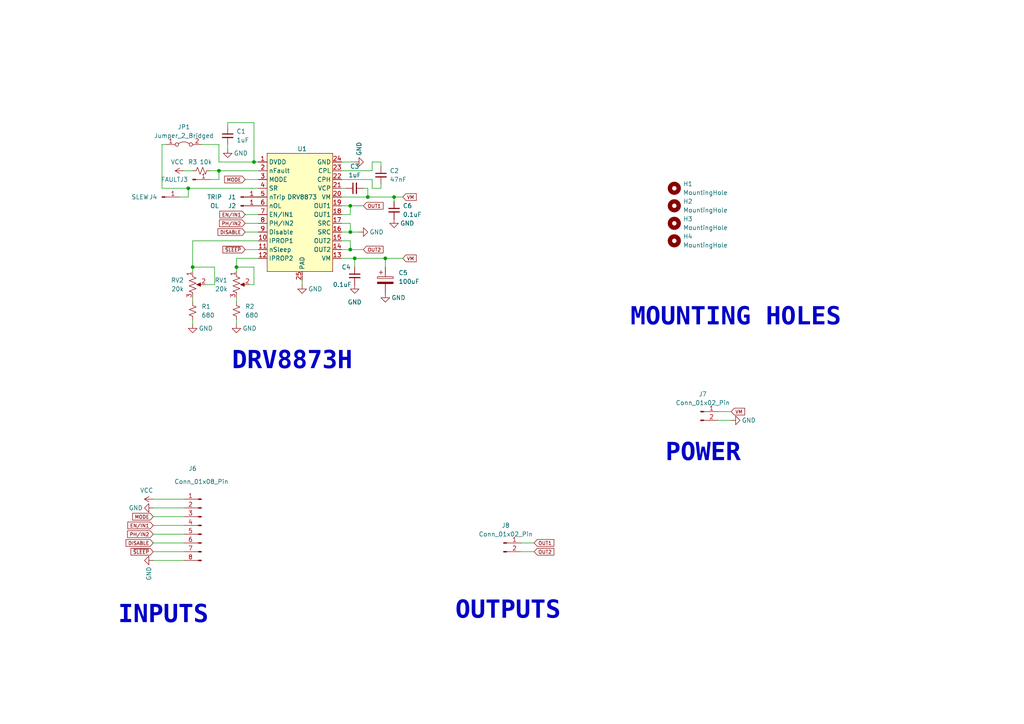
<source format=kicad_sch>
(kicad_sch (version 20230121) (generator eeschema)
  (paper "A4")
  (lib_symbols
    (symbol "Connector:Conn_01x01_Pin" (pin_names (offset 1.016) hide)
      (property "Reference" "J" (at 0 2.54 0))
      (property "Value" "Conn_01x01_Pin" (at 0 -2.54 0))
      (symbol "Conn_01x01_Pin_1_1"
        (polyline (pts (xy 1.27 0) (xy 0.8636 0)) (stroke (width 0.1524)))
        (rectangle (start 0.8636 0.127) (end 0 -0.127) (stroke (width 0.1524)) (fill (type outline)))
        (pin passive line (at 5.08 0 180) (length 3.81) (name "Pin_1") (number "1"))
      )
    )
    (symbol "Connector:Conn_01x02_Pin" (pin_names (offset 1.016) hide)
      (property "Reference" "J" (at 0 2.54 0))
      (property "Value" "Conn_01x02_Pin" (at 0 -5.08 0))
      (symbol "Conn_01x02_Pin_1_1"
        (polyline (pts (xy 1.27 -2.54) (xy 0.8636 -2.54)) (stroke (width 0.1524)))
        (polyline (pts (xy 1.27 0) (xy 0.8636 0)) (stroke (width 0.1524)))
        (rectangle (start 0.8636 -2.413) (end 0 -2.667) (stroke (width 0.1524)) (fill (type outline)))
        (rectangle (start 0.8636 0.127) (end 0 -0.127) (stroke (width 0.1524)) (fill (type outline)))
        (pin passive line (at 5.08 0 180) (length 3.81) (name "Pin_1") (number "1"))
        (pin passive line (at 5.08 -2.54 180) (length 3.81) (name "Pin_2") (number "2"))
      )
    )
    (symbol "Connector:Conn_01x08_Pin" (pin_names (offset 1.016) hide)
      (property "Reference" "J" (at 0 10.16 0))
      (property "Value" "Conn_01x08_Pin" (at 0 -12.7 0))
      (symbol "Conn_01x08_Pin_1_1"
        (polyline (pts (xy 1.27 -10.16) (xy 0.8636 -10.16)) (stroke (width 0.1524)))
        (polyline (pts (xy 1.27 -7.62) (xy 0.8636 -7.62)) (stroke (width 0.1524)))
        (polyline (pts (xy 1.27 -5.08) (xy 0.8636 -5.08)) (stroke (width 0.1524)))
        (polyline (pts (xy 1.27 -2.54) (xy 0.8636 -2.54)) (stroke (width 0.1524)))
        (polyline (pts (xy 1.27 0) (xy 0.8636 0)) (stroke (width 0.1524)))
        (polyline (pts (xy 1.27 2.54) (xy 0.8636 2.54)) (stroke (width 0.1524)))
        (polyline (pts (xy 1.27 5.08) (xy 0.8636 5.08)) (stroke (width 0.1524)))
        (polyline (pts (xy 1.27 7.62) (xy 0.8636 7.62)) (stroke (width 0.1524)))
        (rectangle (start 0.8636 -10.033) (end 0 -10.287) (stroke (width 0.1524)) (fill (type outline)))
        (rectangle (start 0.8636 -7.493) (end 0 -7.747) (stroke (width 0.1524)) (fill (type outline)))
        (rectangle (start 0.8636 -4.953) (end 0 -5.207) (stroke (width 0.1524)) (fill (type outline)))
        (rectangle (start 0.8636 -2.413) (end 0 -2.667) (stroke (width 0.1524)) (fill (type outline)))
        (rectangle (start 0.8636 0.127) (end 0 -0.127) (stroke (width 0.1524)) (fill (type outline)))
        (rectangle (start 0.8636 2.667) (end 0 2.413) (stroke (width 0.1524)) (fill (type outline)))
        (rectangle (start 0.8636 5.207) (end 0 4.953) (stroke (width 0.1524)) (fill (type outline)))
        (rectangle (start 0.8636 7.747) (end 0 7.493) (stroke (width 0.1524)) (fill (type outline)))
        (pin passive line (at 5.08 7.62 180) (length 3.81) (name "Pin_1") (number "1"))
        (pin passive line (at 5.08 5.08 180) (length 3.81) (name "Pin_2") (number "2"))
        (pin passive line (at 5.08 2.54 180) (length 3.81) (name "Pin_3") (number "3"))
        (pin passive line (at 5.08 0 180) (length 3.81) (name "Pin_4") (number "4"))
        (pin passive line (at 5.08 -2.54 180) (length 3.81) (name "Pin_5") (number "5"))
        (pin passive line (at 5.08 -5.08 180) (length 3.81) (name "Pin_6") (number "6"))
        (pin passive line (at 5.08 -7.62 180) (length 3.81) (name "Pin_7") (number "7"))
        (pin passive line (at 5.08 -10.16 180) (length 3.81) (name "Pin_8") (number "8"))
      )
    )
    (symbol "Device:C_Polarized" (pin_numbers hide) (pin_names (offset 0.254))
      (property "Reference" "C" (at 0.635 2.54 0))
      (property "Value" "C_Polarized" (at 0.635 -2.54 0))
      (symbol "C_Polarized_0_1"
        (rectangle (start -2.286 0.508) (end 2.286 1.016))
        (polyline (pts (xy -1.778 2.286) (xy -0.762 2.286)))
        (polyline (pts (xy -1.27 2.794) (xy -1.27 1.778)))
        (rectangle (start 2.286 -0.508) (end -2.286 -1.016) (fill (type outline)))
      )
      (symbol "C_Polarized_1_1"
        (pin passive line (at 0 3.81 270) (length 2.794) (name "~") (number "1"))
        (pin passive line (at 0 -3.81 90) (length 2.794) (name "~") (number "2"))
      )
    )
    (symbol "Device:C_Small" (pin_numbers hide) (pin_names (offset 0.254) hide)
      (property "Reference" "C" (at 0.254 1.778 0))
      (property "Value" "C_Small" (at 0.254 -2.032 0))
      (symbol "C_Small_0_1"
        (polyline (pts (xy -1.524 -0.508) (xy 1.524 -0.508)) (stroke (width 0.3302)))
        (polyline (pts (xy -1.524 0.508) (xy 1.524 0.508)) (stroke (width 0.3048)))
      )
      (symbol "C_Small_1_1"
        (pin passive line (at 0 2.54 270) (length 2.032) (name "~") (number "1"))
        (pin passive line (at 0 -2.54 90) (length 2.032) (name "~") (number "2"))
      )
    )
    (symbol "Device:R_Potentiometer_US" (pin_names (offset 1.016) hide)
      (property "Reference" "RV" (at -4.445 0 90))
      (property "Value" "R_Potentiometer_US" (at -2.54 0 90))
      (symbol "R_Potentiometer_US_0_1"
        (polyline (pts (xy 0 -2.286) (xy 0 -2.54)))
        (polyline (pts (xy 0 2.54) (xy 0 2.286)))
        (polyline (pts (xy 2.54 0) (xy 1.524 0)))
        (polyline (pts (xy 1.143 0) (xy 2.286 0.508) (xy 2.286 -0.508) (xy 1.143 0)) (fill (type outline)))
        (polyline (pts (xy 0 -0.762) (xy 1.016 -1.143) (xy 0 -1.524) (xy -1.016 -1.905) (xy 0 -2.286)))
        (polyline (pts (xy 0 0.762) (xy 1.016 0.381) (xy 0 0) (xy -1.016 -0.381) (xy 0 -0.762)))
        (polyline (pts (xy 0 2.286) (xy 1.016 1.905) (xy 0 1.524) (xy -1.016 1.143) (xy 0 0.762)))
      )
      (symbol "R_Potentiometer_US_1_1"
        (pin passive line (at 0 3.81 270) (length 1.27) (name "1") (number "1"))
        (pin passive line (at 3.81 0 180) (length 1.27) (name "2") (number "2"))
        (pin passive line (at 0 -3.81 90) (length 1.27) (name "3") (number "3"))
      )
    )
    (symbol "Device:R_Small_US" (pin_numbers hide) (pin_names (offset 0.254) hide)
      (property "Reference" "R" (at 0.762 0.508 0))
      (property "Value" "R_Small_US" (at 0.762 -1.016 0))
      (symbol "R_Small_US_1_1"
        (polyline (pts (xy 0 0) (xy 1.016 -0.381) (xy 0 -0.762) (xy -1.016 -1.143) (xy 0 -1.524)))
        (polyline (pts (xy 0 1.524) (xy 1.016 1.143) (xy 0 0.762) (xy -1.016 0.381) (xy 0 0)))
        (pin passive line (at 0 2.54 270) (length 1.016) (name "~") (number "1"))
        (pin passive line (at 0 -2.54 90) (length 1.016) (name "~") (number "2"))
      )
    )
    (symbol "EzerLonginus:DRV8873H"
      (property "Reference" "U" (at 0 20.32 0))
      (symbol "DRV8873H_1_1"
        (rectangle (start -10.16 16.51) (end 8.89 -17.78) (fill (type background)))
        (pin power_in line (at -12.7 13.97 0) (length 2.54) (name "DVDD") (number "1"))
        (pin output line (at -12.7 -8.89 0) (length 2.54) (name "IPROP1") (number "10"))
        (pin input line (at -12.7 -11.43 0) (length 2.54) (name "nSleep") (number "11"))
        (pin output line (at -12.7 -13.97 0) (length 2.54) (name "IPROP2") (number "12"))
        (pin power_in line (at 11.43 -13.97 180) (length 2.54) (name "VM") (number "13"))
        (pin output line (at 11.43 -11.43 180) (length 2.54) (name "OUT2") (number "14"))
        (pin output line (at 11.43 -8.89 180) (length 2.54) (name "OUT2") (number "15"))
        (pin output line (at 11.43 -6.35 180) (length 2.54) (name "SRC") (number "16"))
        (pin output line (at 11.43 -3.81 180) (length 2.54) (name "SRC") (number "17"))
        (pin output line (at 11.43 -1.27 180) (length 2.54) (name "OUT1") (number "18"))
        (pin output line (at 11.43 1.27 180) (length 2.54) (name "OUT1") (number "19"))
        (pin output line (at -12.7 11.43 0) (length 2.54) (name "nFault") (number "2"))
        (pin power_in line (at 11.43 3.81 180) (length 2.54) (name "VM") (number "20"))
        (pin power_in line (at 11.43 6.35 180) (length 2.54) (name "VCP") (number "21"))
        (pin power_in line (at 11.43 8.89 180) (length 2.54) (name "CPH") (number "22"))
        (pin power_in line (at 11.43 11.43 180) (length 2.54) (name "CPL") (number "23"))
        (pin power_in line (at 11.43 13.97 180) (length 2.54) (name "GND") (number "24"))
        (pin power_in line (at 0 -20.32 90) (length 2.54) (name "PAD") (number "25"))
        (pin input line (at -12.7 8.89 0) (length 2.54) (name "MODE") (number "3"))
        (pin input line (at -12.7 6.35 0) (length 2.54) (name "SR") (number "4"))
        (pin input line (at -12.7 3.81 0) (length 2.54) (name "nTrip") (number "5"))
        (pin input line (at -12.7 1.27 0) (length 2.54) (name "nOL") (number "6"))
        (pin input line (at -12.7 -1.27 0) (length 2.54) (name "EN/IN1") (number "7"))
        (pin input line (at -12.7 -3.81 0) (length 2.54) (name "PH/IN2") (number "8"))
        (pin input line (at -12.7 -6.35 0) (length 2.54) (name "Disable") (number "9"))
      )
    )
    (symbol "Jumper:Jumper_2_Bridged" (pin_names (offset 0) hide)
      (property "Reference" "JP" (at 0 1.905 0))
      (property "Value" "Jumper_2_Bridged" (at 0 -2.54 0))
      (symbol "Jumper_2_Bridged_0_0"
        (circle (center -2.032 0) (radius 0.508))
        (circle (center 2.032 0) (radius 0.508))
      )
      (symbol "Jumper_2_Bridged_0_1"
        (arc (start 1.524 0.254) (mid 0 0.762) (end -1.524 0.254))
      )
      (symbol "Jumper_2_Bridged_1_1"
        (pin passive line (at -5.08 0 0) (length 2.54) (name "A") (number "1"))
        (pin passive line (at 5.08 0 180) (length 2.54) (name "B") (number "2"))
      )
    )
    (symbol "Mechanical:MountingHole" (pin_names (offset 1.016))
      (property "Reference" "H" (at 0 5.08 0))
      (property "Value" "MountingHole" (at 0 3.175 0))
      (symbol "MountingHole_0_1"
        (circle (center 0 0) (radius 1.27) (stroke (width 1.27)))
      )
    )
    (symbol "power:GND" (power) (pin_names (offset 0))
      (property "Value" "GND" (at 0 -3.81 0))
      (symbol "GND_0_1"
        (polyline (pts (xy 0 0) (xy 0 -1.27) (xy 1.27 -1.27) (xy 0 -2.54) (xy -1.27 -1.27) (xy 0 -1.27)))
      )
      (symbol "GND_1_1"
        (pin power_in line (at 0 0 270) (length 0) hide (name "GND") (number "1"))
      )
    )
    (symbol "power:VCC" (power) (pin_names (offset 0))
      (property "Value" "VCC" (at 0 3.81 0))
      (symbol "VCC_0_1"
        (polyline (pts (xy -0.762 1.27) (xy 0 2.54)))
        (polyline (pts (xy 0 0) (xy 0 2.54)))
        (polyline (pts (xy 0 2.54) (xy 0.762 1.27)))
      )
      (symbol "VCC_1_1"
        (pin power_in line (at 0 0 90) (length 0) hide (name "VCC") (number "1"))
      )
    )
  )
  (junction (at 63.5 49.53))
  (junction (at 101.6 59.69))
  (junction (at 106.68 57.15))
  (junction (at 101.6 72.39))
  (junction (at 111.76 74.93))
  (junction (at 102.87 74.93))
  (junction (at 54.61 54.61))
  (junction (at 55.88 77.47))
  (junction (at 101.6 67.31))
  (junction (at 73.66 46.99))
  (junction (at 114.3 57.15))
  (junction (at 68.58 77.47))
  (wire (pts (xy 101.6 62.23) (xy 101.6 59.69)))
  (wire (pts (xy 62.23 82.55) (xy 62.23 77.47)))
  (wire (pts (xy 66.04 35.56) (xy 73.66 35.56)))
  (wire (pts (xy 151.13 157.48) (xy 154.94 157.48)))
  (wire (pts (xy 102.87 74.93) (xy 111.76 74.93)))
  (wire (pts (xy 99.06 59.69) (xy 101.6 59.69)))
  (wire (pts (xy 44.45 157.48) (xy 53.34 157.48)))
  (wire (pts (xy 71.12 67.31) (xy 74.93 67.31)))
  (wire (pts (xy 102.87 74.93) (xy 102.87 77.47)))
  (wire (pts (xy 106.68 54.61) (xy 106.68 57.15)))
  (wire (pts (xy 59.69 82.55) (xy 62.23 82.55)))
  (wire (pts (xy 44.45 152.4) (xy 53.34 152.4)))
  (wire (pts (xy 60.96 49.53) (xy 63.5 49.53)))
  (wire (pts (xy 102.87 46.99) (xy 99.06 46.99)))
  (wire (pts (xy 71.12 64.77) (xy 74.93 64.77)))
  (wire (pts (xy 58.42 41.91) (xy 63.5 41.91)))
  (wire (pts (xy 63.5 49.53) (xy 74.93 49.53)))
  (wire (pts (xy 111.76 74.93) (xy 116.84 74.93)))
  (wire (pts (xy 101.6 72.39) (xy 99.06 72.39)))
  (wire (pts (xy 99.06 74.93) (xy 102.87 74.93)))
  (wire (pts (xy 100.33 54.61) (xy 99.06 54.61)))
  (wire (pts (xy 66.04 41.91) (xy 66.04 43.18)))
  (wire (pts (xy 208.28 121.92) (xy 212.09 121.92)))
  (wire (pts (xy 99.06 67.31) (xy 101.6 67.31)))
  (wire (pts (xy 110.49 46.99) (xy 107.95 46.99)))
  (wire (pts (xy 99.06 69.85) (xy 101.6 69.85)))
  (wire (pts (xy 52.07 57.15) (xy 54.61 57.15)))
  (wire (pts (xy 48.26 41.91) (xy 46.99 41.91)))
  (wire (pts (xy 44.45 147.32) (xy 53.34 147.32)))
  (wire (pts (xy 53.34 49.53) (xy 55.88 49.53)))
  (wire (pts (xy 107.95 52.07) (xy 107.95 54.61)))
  (wire (pts (xy 114.3 57.15) (xy 114.3 58.42)))
  (wire (pts (xy 111.76 74.93) (xy 111.76 77.47)))
  (wire (pts (xy 68.58 86.36) (xy 68.58 87.63)))
  (wire (pts (xy 71.12 72.39) (xy 74.93 72.39)))
  (wire (pts (xy 54.61 57.15) (xy 54.61 54.61)))
  (wire (pts (xy 44.45 162.56) (xy 53.34 162.56)))
  (wire (pts (xy 105.41 54.61) (xy 106.68 54.61)))
  (wire (pts (xy 54.61 54.61) (xy 74.93 54.61)))
  (wire (pts (xy 101.6 67.31) (xy 104.14 67.31)))
  (wire (pts (xy 63.5 49.53) (xy 63.5 52.07)))
  (wire (pts (xy 101.6 72.39) (xy 105.41 72.39)))
  (wire (pts (xy 44.45 154.94) (xy 53.34 154.94)))
  (wire (pts (xy 101.6 64.77) (xy 101.6 67.31)))
  (wire (pts (xy 60.96 52.07) (xy 63.5 52.07)))
  (wire (pts (xy 101.6 69.85) (xy 101.6 72.39)))
  (wire (pts (xy 44.45 144.78) (xy 53.34 144.78)))
  (wire (pts (xy 107.95 46.99) (xy 107.95 49.53)))
  (wire (pts (xy 110.49 53.34) (xy 110.49 54.61)))
  (wire (pts (xy 44.45 160.02) (xy 53.34 160.02)))
  (wire (pts (xy 55.88 86.36) (xy 55.88 87.63)))
  (wire (pts (xy 110.49 48.26) (xy 110.49 46.99)))
  (wire (pts (xy 66.04 36.83) (xy 66.04 35.56)))
  (wire (pts (xy 71.12 62.23) (xy 74.93 62.23)))
  (wire (pts (xy 55.88 77.47) (xy 55.88 69.85)))
  (wire (pts (xy 68.58 77.47) (xy 68.58 78.74)))
  (wire (pts (xy 62.23 77.47) (xy 55.88 77.47)))
  (wire (pts (xy 46.99 54.61) (xy 54.61 54.61)))
  (wire (pts (xy 151.13 160.02) (xy 154.94 160.02)))
  (wire (pts (xy 63.5 46.99) (xy 73.66 46.99)))
  (wire (pts (xy 68.58 74.93) (xy 68.58 77.47)))
  (wire (pts (xy 73.66 82.55) (xy 73.66 77.47)))
  (wire (pts (xy 55.88 69.85) (xy 74.93 69.85)))
  (wire (pts (xy 55.88 78.74) (xy 55.88 77.47)))
  (wire (pts (xy 107.95 49.53) (xy 99.06 49.53)))
  (wire (pts (xy 71.12 52.07) (xy 74.93 52.07)))
  (wire (pts (xy 73.66 46.99) (xy 74.93 46.99)))
  (wire (pts (xy 208.28 119.38) (xy 212.09 119.38)))
  (wire (pts (xy 44.45 149.86) (xy 53.34 149.86)))
  (wire (pts (xy 74.93 74.93) (xy 68.58 74.93)))
  (wire (pts (xy 99.06 64.77) (xy 101.6 64.77)))
  (wire (pts (xy 73.66 35.56) (xy 73.66 46.99)))
  (wire (pts (xy 101.6 59.69) (xy 105.41 59.69)))
  (wire (pts (xy 99.06 62.23) (xy 101.6 62.23)))
  (wire (pts (xy 55.88 93.98) (xy 55.88 92.71)))
  (wire (pts (xy 68.58 77.47) (xy 73.66 77.47)))
  (wire (pts (xy 106.68 57.15) (xy 114.3 57.15)))
  (wire (pts (xy 46.99 41.91) (xy 46.99 54.61)))
  (wire (pts (xy 107.95 54.61) (xy 110.49 54.61)))
  (wire (pts (xy 87.63 82.55) (xy 87.63 81.28)))
  (wire (pts (xy 72.39 82.55) (xy 73.66 82.55)))
  (wire (pts (xy 63.5 41.91) (xy 63.5 46.99)))
  (wire (pts (xy 106.68 57.15) (xy 99.06 57.15)))
  (wire (pts (xy 68.58 93.98) (xy 68.58 92.71)))
  (wire (pts (xy 99.06 52.07) (xy 107.95 52.07)))
  (wire (pts (xy 114.3 57.15) (xy 116.84 57.15)))
  (text "MOUNTING HOLES" (at 182.88 96.52 0) (effects (font (size 5.18 5.18) (thickness 1.036) bold) (justify left bottom)))
  (text "INPUTS" (at 34.29 182.88 0) (effects (font (size 5.18 5.18) (thickness 1.036) bold) (justify left bottom)))
  (text "POWER" (at 193.04 135.89 0) (effects (font (size 5.18 5.18) (thickness 1.036) bold) (justify left bottom)))
  (text "OUTPUTS" (at 132.08 181.61 0) (effects (font (size 5.18 5.18) (thickness 1.036) bold) (justify left bottom)))
  (text "DRV8873H" (at 67.31 109.22 0) (effects (font (size 5.18 5.18) (thickness 1.036) bold) (justify left bottom)))
  (global_label "MODE" (shape input) (at 44.45 149.86 180) (effects (font (size 1 1))) (property "Intersheetrefs" "${INTERSHEET_REFS}" (effects hide)))
  (global_label "~{SLEEP}" (shape input) (at 71.12 72.39 180) (effects (font (size 1 1))) (property "Intersheetrefs" "${INTERSHEET_REFS}" (effects hide)))
  (global_label "MODE" (shape input) (at 71.12 52.07 180) (effects (font (size 1 1))) (property "Intersheetrefs" "${INTERSHEET_REFS}" (effects hide)))
  (global_label "~{SLEEP}" (shape input) (at 44.45 160.02 180) (effects (font (size 1 1))) (property "Intersheetrefs" "${INTERSHEET_REFS}" (effects hide)))
  (global_label "VM" (shape input) (at 212.09 119.38 0) (effects (font (size 1 1))) (property "Intersheetrefs" "${INTERSHEET_REFS}" (effects hide)))
  (global_label "EN{slash}IN1" (shape input) (at 44.45 152.4 180) (effects (font (size 1 1))) (property "Intersheetrefs" "${INTERSHEET_REFS}" (effects hide)))
  (global_label "OUT1" (shape input) (at 105.41 59.69 0) (effects (font (size 1 1))) (property "Intersheetrefs" "${INTERSHEET_REFS}" (effects hide)))
  (global_label "DISABLE" (shape input) (at 71.12 67.31 180) (effects (font (size 1 1))) (property "Intersheetrefs" "${INTERSHEET_REFS}" (effects hide)))
  (global_label "OUT1" (shape input) (at 154.94 157.48 0) (effects (font (size 1 1))) (property "Intersheetrefs" "${INTERSHEET_REFS}" (effects hide)))
  (global_label "EN{slash}IN1" (shape input) (at 71.12 62.23 180) (effects (font (size 1 1))) (property "Intersheetrefs" "${INTERSHEET_REFS}" (effects hide)))
  (global_label "VM" (shape input) (at 116.84 57.15 0) (effects (font (size 1 1))) (property "Intersheetrefs" "${INTERSHEET_REFS}" (effects hide)))
  (global_label "VM" (shape input) (at 116.84 74.93 0) (effects (font (size 1 1))) (property "Intersheetrefs" "${INTERSHEET_REFS}" (effects hide)))
  (global_label "OUT2" (shape input) (at 154.94 160.02 0) (effects (font (size 1 1))) (property "Intersheetrefs" "${INTERSHEET_REFS}" (effects hide)))
  (global_label "DISABLE" (shape input) (at 44.45 157.48 180) (effects (font (size 1 1))) (property "Intersheetrefs" "${INTERSHEET_REFS}" (effects hide)))
  (global_label "PH{slash}IN2" (shape input) (at 44.45 154.94 180) (effects (font (size 1 1))) (property "Intersheetrefs" "${INTERSHEET_REFS}" (effects hide)))
  (global_label "PH{slash}IN2" (shape input) (at 71.12 64.77 180) (effects (font (size 1 1))) (property "Intersheetrefs" "${INTERSHEET_REFS}" (effects hide)))
  (global_label "OUT2" (shape input) (at 105.41 72.39 0) (effects (font (size 1 1))) (property "Intersheetrefs" "${INTERSHEET_REFS}" (effects hide)))
  (symbol (lib_id "power:GND") (at 102.87 46.99 90) (unit 1)
    (property "Reference" "#PWR05" (effects hide))
    (property "Value" "GND" (at 104.14 43.18 0))
  )
  (symbol (lib_id "Connector:Conn_01x01_Pin") (at 69.85 57.15 0) (unit 1)
    (property "Reference" "J1" (at 67.31 57.15 0))
    (property "Value" "TRIP" (at 62.23 57.15 0))
    (property "Footprint" "Connector_PinHeader_2.54mm:PinHeader_1x01_P2.54mm_Vertical" (effects hide))
  )
  (symbol (lib_id "power:GND") (at 66.04 43.18 0) (unit 1)
    (property "Reference" "#PWR01" (effects hide))
    (property "Value" "GND" (at 69.85 44.45 0))
  )
  (symbol (lib_id "Mechanical:MountingHole") (at 195.58 54.61 0) (unit 1)
    (property "Reference" "H1" (at 198.12 53.34 0) (effects (justify left)))
    (property "Value" "MountingHole" (at 198.12 55.88 0) (effects (justify left)))
    (property "Footprint" "MountingHole:MountingHole_3.2mm_M3" (effects hide))
  )
  (symbol (lib_id "Device:R_Small_US") (at 58.42 49.53 90) (unit 1)
    (property "Reference" "R3" (at 55.88 46.99 90))
    (property "Value" "10k" (at 59.69 46.99 90))
    (property "Footprint" "Resistor_SMD:R_0603_1608Metric_Pad0.98x0.95mm_HandSolder" (effects hide))
  )
  (symbol (lib_id "Device:R_Potentiometer_US") (at 68.58 82.55 0) (unit 1)
    (property "Reference" "RV1" (at 66.04 81.28 0) (effects (justify right)))
    (property "Value" "20k" (at 66.04 83.82 0) (effects (justify right)))
    (property "Footprint" "Potentiometer_THT:Potentiometer_Bourns_3266Y_Vertical" (effects hide))
  )
  (symbol (lib_id "power:VCC") (at 53.34 49.53 90) (unit 1)
    (property "Reference" "#PWR09" (effects hide))
    (property "Value" "VCC" (at 53.34 46.99 90) (effects (justify left)))
  )
  (symbol (lib_id "Connector:Conn_01x02_Pin") (at 203.2 119.38 0) (unit 1)
    (property "Reference" "J7" (at 203.835 114.3 0))
    (property "Value" "Conn_01x02_Pin" (at 203.835 116.84 0))
    (property "Footprint" "TerminalBlock:TerminalBlock_bornier-2_P5.08mm" (effects hide))
  )
  (symbol (lib_id "Connector:Conn_01x01_Pin") (at 46.99 57.15 0) (unit 1)
    (property "Reference" "J4" (at 44.45 57.15 0))
    (property "Value" "SLEW" (at 40.64 57.15 0))
    (property "Footprint" "Connector_PinHeader_2.54mm:PinHeader_1x01_P2.54mm_Vertical" (effects hide))
  )
  (symbol (lib_id "Device:C_Small") (at 110.49 50.8 0) (unit 1)
    (property "Reference" "C2" (at 113.03 49.5363 0) (effects (justify left)))
    (property "Value" "47nF" (at 113.03 52.0763 0) (effects (justify left)))
    (property "Footprint" "Capacitor_SMD:C_0603_1608Metric_Pad1.08x0.95mm_HandSolder" (effects hide))
  )
  (symbol (lib_id "power:GND") (at 44.45 147.32 270) (unit 1)
    (property "Reference" "#PWR012" (effects hide))
    (property "Value" "GND" (at 39.37 147.32 90))
  )
  (symbol (lib_id "EzerLonginus:DRV8873H") (at 87.63 60.96 0) (unit 1)
    (property "Reference" "U1" (at 87.63 43.18 0))
    (property "Value" "DRV8873" (at 87.63 57.15 0))
    (property "Footprint" "Package_SO:HTSSOP-24-1EP_4.4x7.8mm_P0.65mm_EP3.4x7.8mm_Mask2.4x2.98mm" (effects hide))
  )
  (symbol (lib_id "power:GND") (at 87.63 82.55 0) (unit 1)
    (property "Reference" "#PWR04" (effects hide))
    (property "Value" "GND" (at 91.44 83.82 0))
  )
  (symbol (lib_id "power:GND") (at 102.87 82.55 0) (unit 1)
    (property "Reference" "#PWR07" (effects hide))
    (property "Value" "GND" (at 102.87 87.63 0))
  )
  (symbol (lib_id "Device:C_Small") (at 102.87 80.01 0) (unit 1)
    (property "Reference" "C4" (at 99.06 77.47 0) (effects (justify left)))
    (property "Value" "0.1uF" (at 96.52 82.55 0) (effects (justify left)))
    (property "Footprint" "Capacitor_SMD:C_0603_1608Metric_Pad1.08x0.95mm_HandSolder" (effects hide))
  )
  (symbol (lib_id "power:GND") (at 212.09 121.92 90) (unit 1)
    (property "Reference" "#PWR014" (effects hide))
    (property "Value" "GND" (at 217.17 121.92 90))
  )
  (symbol (lib_id "Device:R_Small_US") (at 68.58 90.17 0) (unit 1)
    (property "Reference" "R2" (at 71.12 88.9 0) (effects (justify left)))
    (property "Value" "680" (at 71.12 91.44 0) (effects (justify left)))
    (property "Footprint" "Resistor_SMD:R_0603_1608Metric_Pad0.98x0.95mm_HandSolder" (effects hide))
  )
  (symbol (lib_id "Device:C_Polarized") (at 111.76 81.28 0) (unit 1)
    (property "Reference" "C5" (at 115.57 79.121 0) (effects (justify left)))
    (property "Value" "100uF" (at 115.57 81.661 0) (effects (justify left)))
    (property "Footprint" "Capacitor_SMD:C_1210_3225Metric_Pad1.33x2.70mm_HandSolder" (effects hide))
  )
  (symbol (lib_id "Device:C_Small") (at 66.04 39.37 0) (unit 1)
    (property "Reference" "C1" (at 68.58 38.1063 0) (effects (justify left)))
    (property "Value" "1uF" (at 68.58 40.6463 0) (effects (justify left)))
    (property "Footprint" "Capacitor_SMD:C_0603_1608Metric_Pad1.08x0.95mm_HandSolder" (effects hide))
  )
  (symbol (lib_id "power:GND") (at 44.45 162.56 270) (unit 1)
    (property "Reference" "#PWR011" (effects hide))
    (property "Value" "GND" (at 43.18 166.37 0))
  )
  (symbol (lib_id "power:GND") (at 104.14 67.31 90) (unit 1)
    (property "Reference" "#PWR06" (effects hide))
    (property "Value" "GND" (at 109.22 67.31 90))
  )
  (symbol (lib_id "Connector:Conn_01x02_Pin") (at 146.05 157.48 0) (unit 1)
    (property "Reference" "J8" (at 146.685 152.4 0))
    (property "Value" "Conn_01x02_Pin" (at 146.685 154.94 0))
    (property "Footprint" "TerminalBlock:TerminalBlock_bornier-2_P5.08mm" (effects hide))
  )
  (symbol (lib_id "Connector:Conn_01x01_Pin") (at 55.88 52.07 0) (unit 1)
    (property "Reference" "J3" (at 53.34 52.07 0))
    (property "Value" "FAULT" (at 49.53 52.07 0))
    (property "Footprint" "Connector_PinHeader_2.54mm:PinHeader_1x01_P2.54mm_Vertical" (effects hide))
  )
  (symbol (lib_id "Device:R_Small_US") (at 55.88 90.17 0) (unit 1)
    (property "Reference" "R1" (at 58.42 88.9 0) (effects (justify left)))
    (property "Value" "680" (at 58.42 91.44 0) (effects (justify left)))
    (property "Footprint" "Resistor_SMD:R_0603_1608Metric_Pad0.98x0.95mm_HandSolder" (effects hide))
  )
  (symbol (lib_id "power:GND") (at 55.88 93.98 0) (unit 1)
    (property "Reference" "#PWR03" (effects hide))
    (property "Value" "GND" (at 59.69 95.25 0))
  )
  (symbol (lib_id "Connector:Conn_01x08_Pin") (at 58.42 152.4 0) (mirror y) (unit 1)
    (property "Reference" "J6" (at 55.88 135.89 0))
    (property "Value" "Conn_01x08_Pin" (at 58.42 139.7 0))
    (property "Footprint" "TerminalBlock_4Ucon:TerminalBlock_4Ucon_1x08_P3.50mm_Horizontal" (effects hide))
  )
  (symbol (lib_id "Mechanical:MountingHole") (at 195.58 69.85 0) (unit 1)
    (property "Reference" "H4" (at 198.12 68.58 0) (effects (justify left)))
    (property "Value" "MountingHole" (at 198.12 71.12 0) (effects (justify left)))
    (property "Footprint" "MountingHole:MountingHole_3.2mm_M3" (effects hide))
  )
  (symbol (lib_id "power:GND") (at 68.58 93.98 0) (unit 1)
    (property "Reference" "#PWR02" (effects hide))
    (property "Value" "GND" (at 72.39 95.25 0))
  )
  (symbol (lib_id "Jumper:Jumper_2_Bridged") (at 53.34 41.91 0) (unit 1)
    (property "Reference" "JP1" (at 53.34 36.83 0))
    (property "Value" "Jumper_2_Bridged" (at 53.34 39.37 0))
    (property "Footprint" "Jumper:SolderJumper-2_P1.3mm_Bridged_Pad1.0x1.5mm" (effects hide))
  )
  (symbol (lib_id "Mechanical:MountingHole") (at 195.58 64.77 0) (unit 1)
    (property "Reference" "H3" (at 198.12 63.5 0) (effects (justify left)))
    (property "Value" "MountingHole" (at 198.12 66.04 0) (effects (justify left)))
    (property "Footprint" "MountingHole:MountingHole_3.2mm_M3" (effects hide))
  )
  (symbol (lib_id "Device:C_Small") (at 102.87 54.61 90) (unit 1)
    (property "Reference" "C3" (at 102.8763 48.26 90))
    (property "Value" "1uF" (at 102.8763 50.8 90))
    (property "Footprint" "Capacitor_SMD:C_0603_1608Metric_Pad1.08x0.95mm_HandSolder" (effects hide))
  )
  (symbol (lib_id "Mechanical:MountingHole") (at 195.58 59.69 0) (unit 1)
    (property "Reference" "H2" (at 198.12 58.42 0) (effects (justify left)))
    (property "Value" "MountingHole" (at 198.12 60.96 0) (effects (justify left)))
    (property "Footprint" "MountingHole:MountingHole_3.2mm_M3" (effects hide))
  )
  (symbol (lib_id "Connector:Conn_01x01_Pin") (at 69.85 59.69 0) (unit 1)
    (property "Reference" "J2" (at 67.31 59.69 0))
    (property "Value" "OL" (at 62.23 59.69 0))
    (property "Footprint" "Connector_PinHeader_2.54mm:PinHeader_1x01_P2.54mm_Vertical" (effects hide))
  )
  (symbol (lib_id "Device:C_Small") (at 114.3 60.96 0) (unit 1)
    (property "Reference" "C6" (at 116.84 59.6963 0) (effects (justify left)))
    (property "Value" "0.1uF" (at 116.84 62.2363 0) (effects (justify left)))
    (property "Footprint" "Capacitor_SMD:C_0603_1608Metric_Pad1.08x0.95mm_HandSolder" (effects hide))
  )
  (symbol (lib_id "power:VCC") (at 44.45 144.78 90) (unit 1)
    (property "Reference" "#PWR013" (effects hide))
    (property "Value" "VCC" (at 44.45 142.24 90) (effects (justify left)))
  )
  (symbol (lib_id "Device:R_Potentiometer_US") (at 55.88 82.55 0) (unit 1)
    (property "Reference" "RV2" (at 53.34 81.28 0) (effects (justify right)))
    (property "Value" "20k" (at 53.34 83.82 0) (effects (justify right)))
    (property "Footprint" "Potentiometer_THT:Potentiometer_Bourns_3266Y_Vertical" (effects hide))
  )
  (symbol (lib_id "power:GND") (at 111.76 85.09 0) (unit 1)
    (property "Reference" "#PWR08" (effects hide))
    (property "Value" "GND" (at 115.57 86.36 0))
  )
  (symbol (lib_id "power:GND") (at 114.3 63.5 0) (unit 1)
    (property "Reference" "#PWR010" (effects hide))
    (property "Value" "GND" (at 118.11 64.77 0))
  )
)
</source>
